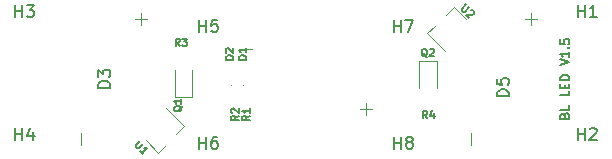
<source format=gbr>
G04 #@! TF.GenerationSoftware,KiCad,Pcbnew,(5.1.4)-1*
G04 #@! TF.CreationDate,2020-09-02T11:10:04-07:00*
G04 #@! TF.ProjectId,SkateLightLEDBoard,536b6174-654c-4696-9768-744c4544426f,rev?*
G04 #@! TF.SameCoordinates,Original*
G04 #@! TF.FileFunction,Legend,Top*
G04 #@! TF.FilePolarity,Positive*
%FSLAX46Y46*%
G04 Gerber Fmt 4.6, Leading zero omitted, Abs format (unit mm)*
G04 Created by KiCad (PCBNEW (5.1.4)-1) date 2020-09-02 11:10:04*
%MOMM*%
%LPD*%
G04 APERTURE LIST*
%ADD10C,0.127000*%
%ADD11C,0.120000*%
%ADD12C,0.100000*%
%ADD13C,0.150000*%
G04 APERTURE END LIST*
D10*
X21916571Y-3102428D02*
X21952857Y-2993571D01*
X21989142Y-2957285D01*
X22061714Y-2921000D01*
X22170571Y-2921000D01*
X22243142Y-2957285D01*
X22279428Y-2993571D01*
X22315714Y-3066142D01*
X22315714Y-3356428D01*
X21553714Y-3356428D01*
X21553714Y-3102428D01*
X21590000Y-3029857D01*
X21626285Y-2993571D01*
X21698857Y-2957285D01*
X21771428Y-2957285D01*
X21844000Y-2993571D01*
X21880285Y-3029857D01*
X21916571Y-3102428D01*
X21916571Y-3356428D01*
X22315714Y-2231571D02*
X22315714Y-2594428D01*
X21553714Y-2594428D01*
X22315714Y-1034142D02*
X22315714Y-1397000D01*
X21553714Y-1397000D01*
X21916571Y-780142D02*
X21916571Y-526142D01*
X22315714Y-417285D02*
X22315714Y-780142D01*
X21553714Y-780142D01*
X21553714Y-417285D01*
X22315714Y-90714D02*
X21553714Y-90714D01*
X21553714Y90714D01*
X21590000Y199571D01*
X21662571Y272142D01*
X21735142Y308428D01*
X21880285Y344714D01*
X21989142Y344714D01*
X22134285Y308428D01*
X22206857Y272142D01*
X22279428Y199571D01*
X22315714Y90714D01*
X22315714Y-90714D01*
X21553714Y1143000D02*
X22315714Y1397000D01*
X21553714Y1651000D01*
X22315714Y2304142D02*
X22315714Y1868714D01*
X22315714Y2086428D02*
X21553714Y2086428D01*
X21662571Y2013857D01*
X21735142Y1941285D01*
X21771428Y1868714D01*
X22243142Y2630714D02*
X22279428Y2667000D01*
X22315714Y2630714D01*
X22279428Y2594428D01*
X22243142Y2630714D01*
X22315714Y2630714D01*
X21553714Y3356428D02*
X21553714Y2993571D01*
X21916571Y2957285D01*
X21880285Y2993571D01*
X21844000Y3066142D01*
X21844000Y3247571D01*
X21880285Y3320142D01*
X21916571Y3356428D01*
X21989142Y3392714D01*
X22170571Y3392714D01*
X22243142Y3356428D01*
X22279428Y3320142D01*
X22315714Y3247571D01*
X22315714Y3066142D01*
X22279428Y2993571D01*
X22243142Y2957285D01*
D11*
X-13462000Y5080000D02*
X-14478000Y5080000D01*
X-13970000Y5588000D02*
X-13970000Y4572000D01*
X-19050000Y-4572000D02*
X-19050000Y-5588000D01*
X5080000Y-3048000D02*
X5080000Y-2032000D01*
X5588000Y-2540000D02*
X4572000Y-2540000D01*
X-4572000Y2540000D02*
X-5588000Y2540000D01*
X13970000Y-4572000D02*
X13970000Y-5588000D01*
X19050000Y5588000D02*
X19050000Y4572000D01*
X19558000Y5080000D02*
X18542000Y5080000D01*
X-12517828Y-6226630D02*
X-13550203Y-5194254D01*
X-10283370Y-3992172D02*
X-11810721Y-2464822D01*
X-10283370Y-3992172D02*
X-10940979Y-4649782D01*
X-12517828Y-6226630D02*
X-11860218Y-5569021D01*
X12517828Y6099630D02*
X13550203Y5067254D01*
X10283370Y3865172D02*
X11810721Y2337822D01*
X10283370Y3865172D02*
X10940979Y4522782D01*
X12517828Y6099630D02*
X11860218Y5442021D01*
D12*
X-5230660Y-546440D02*
G75*
G03X-5230660Y-546440I-50000J0D01*
G01*
X-6246660Y-546440D02*
G75*
G03X-6246660Y-546440I-50000J0D01*
G01*
D11*
X-9615500Y-1485000D02*
X-9615500Y800000D01*
X-11085500Y-1485000D02*
X-9615500Y-1485000D01*
X-11085500Y800000D02*
X-11085500Y-1485000D01*
X11085500Y-800000D02*
X11085500Y1485000D01*
X11085500Y1485000D02*
X9615500Y1485000D01*
X9615500Y1485000D02*
X9615500Y-800000D01*
D13*
X-16557619Y-738095D02*
X-17557619Y-738095D01*
X-17557619Y-499999D01*
X-17510000Y-357142D01*
X-17414761Y-261904D01*
X-17319523Y-214285D01*
X-17129047Y-166666D01*
X-16986190Y-166666D01*
X-16795714Y-214285D01*
X-16700476Y-261904D01*
X-16605238Y-357142D01*
X-16557619Y-500000D01*
X-16557619Y-738095D01*
X-17557619Y166666D02*
X-17557619Y785714D01*
X-17176666Y452380D01*
X-17176666Y595238D01*
X-17129047Y690476D01*
X-17081428Y738095D01*
X-16986190Y785714D01*
X-16748095Y785714D01*
X-16652857Y738095D01*
X-16605238Y690476D01*
X-16557619Y595238D01*
X-16557619Y309523D01*
X-16605238Y214285D01*
X-16652857Y166666D01*
X17182380Y-1458095D02*
X16182380Y-1458095D01*
X16182380Y-1220000D01*
X16230000Y-1077142D01*
X16325238Y-981904D01*
X16420476Y-934285D01*
X16610952Y-886666D01*
X16753809Y-886666D01*
X16944285Y-934285D01*
X17039523Y-981904D01*
X17134761Y-1077142D01*
X17182380Y-1220000D01*
X17182380Y-1458095D01*
X16182380Y18095D02*
X16182380Y-458095D01*
X16658571Y-505714D01*
X16610952Y-458095D01*
X16563333Y-362857D01*
X16563333Y-124761D01*
X16610952Y-29523D01*
X16658571Y18095D01*
X16753809Y65714D01*
X16991904Y65714D01*
X17087142Y18095D01*
X17134761Y-29523D01*
X17182380Y-124761D01*
X17182380Y-362857D01*
X17134761Y-458095D01*
X17087142Y-505714D01*
X7493095Y-5905380D02*
X7493095Y-4905380D01*
X7493095Y-5381571D02*
X8064523Y-5381571D01*
X8064523Y-5905380D02*
X8064523Y-4905380D01*
X8683571Y-5333952D02*
X8588333Y-5286333D01*
X8540714Y-5238714D01*
X8493095Y-5143476D01*
X8493095Y-5095857D01*
X8540714Y-5000619D01*
X8588333Y-4953000D01*
X8683571Y-4905380D01*
X8874047Y-4905380D01*
X8969285Y-4953000D01*
X9016904Y-5000619D01*
X9064523Y-5095857D01*
X9064523Y-5143476D01*
X9016904Y-5238714D01*
X8969285Y-5286333D01*
X8874047Y-5333952D01*
X8683571Y-5333952D01*
X8588333Y-5381571D01*
X8540714Y-5429190D01*
X8493095Y-5524428D01*
X8493095Y-5714904D01*
X8540714Y-5810142D01*
X8588333Y-5857761D01*
X8683571Y-5905380D01*
X8874047Y-5905380D01*
X8969285Y-5857761D01*
X9016904Y-5810142D01*
X9064523Y-5714904D01*
X9064523Y-5524428D01*
X9016904Y-5429190D01*
X8969285Y-5381571D01*
X8874047Y-5333952D01*
X7493095Y4000619D02*
X7493095Y5000619D01*
X7493095Y4524428D02*
X8064523Y4524428D01*
X8064523Y4000619D02*
X8064523Y5000619D01*
X8445476Y5000619D02*
X9112142Y5000619D01*
X8683571Y4000619D01*
X-9016904Y-5905380D02*
X-9016904Y-4905380D01*
X-9016904Y-5381571D02*
X-8445476Y-5381571D01*
X-8445476Y-5905380D02*
X-8445476Y-4905380D01*
X-7540714Y-4905380D02*
X-7731190Y-4905380D01*
X-7826428Y-4953000D01*
X-7874047Y-5000619D01*
X-7969285Y-5143476D01*
X-8016904Y-5333952D01*
X-8016904Y-5714904D01*
X-7969285Y-5810142D01*
X-7921666Y-5857761D01*
X-7826428Y-5905380D01*
X-7635952Y-5905380D01*
X-7540714Y-5857761D01*
X-7493095Y-5810142D01*
X-7445476Y-5714904D01*
X-7445476Y-5476809D01*
X-7493095Y-5381571D01*
X-7540714Y-5333952D01*
X-7635952Y-5286333D01*
X-7826428Y-5286333D01*
X-7921666Y-5333952D01*
X-7969285Y-5381571D01*
X-8016904Y-5476809D01*
X-9016904Y4000619D02*
X-9016904Y5000619D01*
X-9016904Y4524428D02*
X-8445476Y4524428D01*
X-8445476Y4000619D02*
X-8445476Y5000619D01*
X-7493095Y5000619D02*
X-7969285Y5000619D01*
X-8016904Y4524428D01*
X-7969285Y4572047D01*
X-7874047Y4619666D01*
X-7635952Y4619666D01*
X-7540714Y4572047D01*
X-7493095Y4524428D01*
X-7445476Y4429190D01*
X-7445476Y4191095D01*
X-7493095Y4095857D01*
X-7540714Y4048238D01*
X-7635952Y4000619D01*
X-7874047Y4000619D01*
X-7969285Y4048238D01*
X-8016904Y4095857D01*
X23050595Y5254619D02*
X23050595Y6254619D01*
X23050595Y5778428D02*
X23622023Y5778428D01*
X23622023Y5254619D02*
X23622023Y6254619D01*
X24622023Y5254619D02*
X24050595Y5254619D01*
X24336309Y5254619D02*
X24336309Y6254619D01*
X24241071Y6111761D01*
X24145833Y6016523D01*
X24050595Y5968904D01*
X23050595Y-5159380D02*
X23050595Y-4159380D01*
X23050595Y-4635571D02*
X23622023Y-4635571D01*
X23622023Y-5159380D02*
X23622023Y-4159380D01*
X24050595Y-4254619D02*
X24098214Y-4207000D01*
X24193452Y-4159380D01*
X24431547Y-4159380D01*
X24526785Y-4207000D01*
X24574404Y-4254619D01*
X24622023Y-4349857D01*
X24622023Y-4445095D01*
X24574404Y-4587952D01*
X24002976Y-5159380D01*
X24622023Y-5159380D01*
X-24574404Y5254619D02*
X-24574404Y6254619D01*
X-24574404Y5778428D02*
X-24002976Y5778428D01*
X-24002976Y5254619D02*
X-24002976Y6254619D01*
X-23622023Y6254619D02*
X-23002976Y6254619D01*
X-23336309Y5873666D01*
X-23193452Y5873666D01*
X-23098214Y5826047D01*
X-23050595Y5778428D01*
X-23002976Y5683190D01*
X-23002976Y5445095D01*
X-23050595Y5349857D01*
X-23098214Y5302238D01*
X-23193452Y5254619D01*
X-23479166Y5254619D01*
X-23574404Y5302238D01*
X-23622023Y5349857D01*
X-24574404Y-5159380D02*
X-24574404Y-4159380D01*
X-24574404Y-4635571D02*
X-24002976Y-4635571D01*
X-24002976Y-5159380D02*
X-24002976Y-4159380D01*
X-23098214Y-4492714D02*
X-23098214Y-5159380D01*
X-23336309Y-4111761D02*
X-23574404Y-4826047D01*
X-22955357Y-4826047D01*
D10*
X-14012877Y-5236227D02*
X-14376363Y-5599713D01*
X-14397745Y-5663858D01*
X-14397745Y-5706621D01*
X-14376363Y-5770766D01*
X-14290837Y-5856292D01*
X-14226692Y-5877673D01*
X-14183929Y-5877673D01*
X-14119784Y-5856292D01*
X-13756298Y-5492805D01*
X-13756298Y-6390831D02*
X-14012877Y-6134252D01*
X-13884587Y-6262542D02*
X-13435574Y-5813529D01*
X-13542482Y-5834910D01*
X-13628008Y-5834910D01*
X-13692153Y-5813529D01*
X13609622Y6323312D02*
X13246136Y5959826D01*
X13224754Y5895681D01*
X13224754Y5852918D01*
X13246136Y5788773D01*
X13331662Y5703247D01*
X13395807Y5681866D01*
X13438570Y5681866D01*
X13502715Y5703247D01*
X13866201Y6066734D01*
X14015872Y5831537D02*
X14058635Y5831537D01*
X14122780Y5810155D01*
X14229688Y5703247D01*
X14251069Y5639102D01*
X14251069Y5596339D01*
X14229688Y5532195D01*
X14186925Y5489432D01*
X14101398Y5446668D01*
X13588241Y5446668D01*
X13866201Y5168708D01*
X-5051818Y1639509D02*
X-5686818Y1639509D01*
X-5686818Y1790700D01*
X-5656580Y1881414D01*
X-5596103Y1941890D01*
X-5535627Y1972128D01*
X-5414675Y2002366D01*
X-5323960Y2002366D01*
X-5203008Y1972128D01*
X-5142532Y1941890D01*
X-5082056Y1881414D01*
X-5051818Y1790700D01*
X-5051818Y1639509D01*
X-5051818Y2607128D02*
X-5051818Y2244271D01*
X-5051818Y2425700D02*
X-5686818Y2425700D01*
X-5596103Y2365223D01*
X-5535627Y2304747D01*
X-5505389Y2244271D01*
X-6138938Y1626809D02*
X-6773938Y1626809D01*
X-6773938Y1778000D01*
X-6743700Y1868714D01*
X-6683223Y1929190D01*
X-6622747Y1959428D01*
X-6501795Y1989666D01*
X-6411080Y1989666D01*
X-6290128Y1959428D01*
X-6229652Y1929190D01*
X-6169176Y1868714D01*
X-6138938Y1778000D01*
X-6138938Y1626809D01*
X-6713461Y2231571D02*
X-6743700Y2261809D01*
X-6773938Y2322285D01*
X-6773938Y2473476D01*
X-6743700Y2533952D01*
X-6713461Y2564190D01*
X-6652985Y2594428D01*
X-6592509Y2594428D01*
X-6501795Y2564190D01*
X-6138938Y2201333D01*
X-6138938Y2594428D01*
X-10477741Y-2300756D02*
X-10507980Y-2361232D01*
X-10568456Y-2421708D01*
X-10659170Y-2512422D01*
X-10689408Y-2572899D01*
X-10689408Y-2633375D01*
X-10538218Y-2603137D02*
X-10568456Y-2663613D01*
X-10628932Y-2724089D01*
X-10749884Y-2754327D01*
X-10961551Y-2754327D01*
X-11082503Y-2724089D01*
X-11142980Y-2663613D01*
X-11173218Y-2603137D01*
X-11173218Y-2482184D01*
X-11142980Y-2421708D01*
X-11082503Y-2361232D01*
X-10961551Y-2330994D01*
X-10749884Y-2330994D01*
X-10628932Y-2361232D01*
X-10568456Y-2421708D01*
X-10538218Y-2482184D01*
X-10538218Y-2603137D01*
X-10538218Y-1726232D02*
X-10538218Y-2089089D01*
X-10538218Y-1907660D02*
X-11173218Y-1907660D01*
X-11082503Y-1968137D01*
X-11022027Y-2028613D01*
X-10991789Y-2089089D01*
X10284943Y1869681D02*
X10224467Y1899920D01*
X10163991Y1960396D01*
X10073277Y2051110D01*
X10012800Y2081348D01*
X9952324Y2081348D01*
X9982562Y1930158D02*
X9922086Y1960396D01*
X9861610Y2020872D01*
X9831372Y2141824D01*
X9831372Y2353491D01*
X9861610Y2474443D01*
X9922086Y2534920D01*
X9982562Y2565158D01*
X10103515Y2565158D01*
X10163991Y2534920D01*
X10224467Y2474443D01*
X10254705Y2353491D01*
X10254705Y2141824D01*
X10224467Y2020872D01*
X10163991Y1960396D01*
X10103515Y1930158D01*
X9982562Y1930158D01*
X10496610Y2504681D02*
X10526848Y2534920D01*
X10587324Y2565158D01*
X10738515Y2565158D01*
X10798991Y2534920D01*
X10829229Y2504681D01*
X10859467Y2444205D01*
X10859467Y2383729D01*
X10829229Y2293015D01*
X10466372Y1930158D01*
X10859467Y1930158D01*
X-10656993Y2783598D02*
X-10868660Y3085979D01*
X-11019850Y2783598D02*
X-11019850Y3418598D01*
X-10777945Y3418598D01*
X-10717469Y3388360D01*
X-10687231Y3358121D01*
X-10656993Y3297645D01*
X-10656993Y3206931D01*
X-10687231Y3146455D01*
X-10717469Y3116217D01*
X-10777945Y3085979D01*
X-11019850Y3085979D01*
X-10445326Y3418598D02*
X-10052231Y3418598D01*
X-10263898Y3176693D01*
X-10173183Y3176693D01*
X-10112707Y3146455D01*
X-10082469Y3116217D01*
X-10052231Y3055740D01*
X-10052231Y2904550D01*
X-10082469Y2844074D01*
X-10112707Y2813836D01*
X-10173183Y2783598D01*
X-10354612Y2783598D01*
X-10415088Y2813836D01*
X-10445326Y2844074D01*
X10310706Y-3332721D02*
X10099040Y-3030340D01*
X9947849Y-3332721D02*
X9947849Y-2697721D01*
X10189754Y-2697721D01*
X10250230Y-2727960D01*
X10280468Y-2758198D01*
X10310706Y-2818674D01*
X10310706Y-2909388D01*
X10280468Y-2969864D01*
X10250230Y-3000102D01*
X10189754Y-3030340D01*
X9947849Y-3030340D01*
X10854992Y-2909388D02*
X10854992Y-3332721D01*
X10703801Y-2667483D02*
X10552611Y-3121055D01*
X10945706Y-3121055D01*
X-4724158Y-3100493D02*
X-5026539Y-3312160D01*
X-4724158Y-3463350D02*
X-5359158Y-3463350D01*
X-5359158Y-3221445D01*
X-5328920Y-3160969D01*
X-5298681Y-3130731D01*
X-5238205Y-3100493D01*
X-5147491Y-3100493D01*
X-5087015Y-3130731D01*
X-5056777Y-3160969D01*
X-5026539Y-3221445D01*
X-5026539Y-3463350D01*
X-4724158Y-2495731D02*
X-4724158Y-2858588D01*
X-4724158Y-2677160D02*
X-5359158Y-2677160D01*
X-5268443Y-2737636D01*
X-5207967Y-2798112D01*
X-5177729Y-2858588D01*
X-5674118Y-3097953D02*
X-5976499Y-3309620D01*
X-5674118Y-3460810D02*
X-6309118Y-3460810D01*
X-6309118Y-3218905D01*
X-6278880Y-3158429D01*
X-6248641Y-3128191D01*
X-6188165Y-3097953D01*
X-6097451Y-3097953D01*
X-6036975Y-3128191D01*
X-6006737Y-3158429D01*
X-5976499Y-3218905D01*
X-5976499Y-3460810D01*
X-6248641Y-2856048D02*
X-6278880Y-2825810D01*
X-6309118Y-2765334D01*
X-6309118Y-2614143D01*
X-6278880Y-2553667D01*
X-6248641Y-2523429D01*
X-6188165Y-2493191D01*
X-6127689Y-2493191D01*
X-6036975Y-2523429D01*
X-5674118Y-2886286D01*
X-5674118Y-2493191D01*
M02*

</source>
